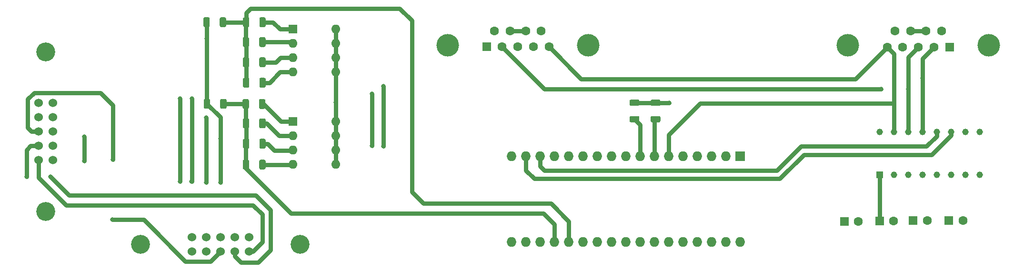
<source format=gbr>
%TF.GenerationSoftware,KiCad,Pcbnew,(5.1.9)-1*%
%TF.CreationDate,2021-03-13T15:06:10+01:00*%
%TF.ProjectId,Microcontroller,4d696372-6f63-46f6-9e74-726f6c6c6572,rev?*%
%TF.SameCoordinates,Original*%
%TF.FileFunction,Copper,L1,Top*%
%TF.FilePolarity,Positive*%
%FSLAX46Y46*%
G04 Gerber Fmt 4.6, Leading zero omitted, Abs format (unit mm)*
G04 Created by KiCad (PCBNEW (5.1.9)-1) date 2021-03-13 15:06:10*
%MOMM*%
%LPD*%
G01*
G04 APERTURE LIST*
%TA.AperFunction,ComponentPad*%
%ADD10R,1.160000X1.160000*%
%TD*%
%TA.AperFunction,ComponentPad*%
%ADD11C,1.160000*%
%TD*%
%TA.AperFunction,ComponentPad*%
%ADD12C,1.524000*%
%TD*%
%TA.AperFunction,ComponentPad*%
%ADD13C,3.352800*%
%TD*%
%TA.AperFunction,ComponentPad*%
%ADD14C,1.600000*%
%TD*%
%TA.AperFunction,ComponentPad*%
%ADD15R,1.600000X1.600000*%
%TD*%
%TA.AperFunction,ComponentPad*%
%ADD16C,4.000000*%
%TD*%
%TA.AperFunction,ComponentPad*%
%ADD17O,1.727200X1.727200*%
%TD*%
%TA.AperFunction,ComponentPad*%
%ADD18R,1.727200X1.727200*%
%TD*%
%TA.AperFunction,ComponentPad*%
%ADD19O,1.600000X1.600000*%
%TD*%
%TA.AperFunction,ViaPad*%
%ADD20C,0.800000*%
%TD*%
%TA.AperFunction,Conductor*%
%ADD21C,0.750000*%
%TD*%
G04 APERTURE END LIST*
D10*
%TO.P,IC1,1*%
%TO.N,Net-(C19-Pad1)*%
X188520000Y-135350000D03*
D11*
%TO.P,IC1,2*%
%TO.N,Net-(C22-Pad1)*%
X191060000Y-135350000D03*
%TO.P,IC1,3*%
%TO.N,Net-(C19-Pad2)*%
X193600000Y-135350000D03*
%TO.P,IC1,4*%
%TO.N,Net-(C20-Pad1)*%
X196140000Y-135350000D03*
%TO.P,IC1,5*%
%TO.N,Net-(C20-Pad2)*%
X198680000Y-135350000D03*
%TO.P,IC1,6*%
%TO.N,Net-(C21-Pad2)*%
X201220000Y-135350000D03*
%TO.P,IC1,7*%
%TO.N,Net-(IC1-Pad7)*%
X203760000Y-135350000D03*
%TO.P,IC1,8*%
%TO.N,Net-(IC1-Pad8)*%
X206300000Y-135350000D03*
%TO.P,IC1,9*%
%TO.N,Net-(IC1-Pad9)*%
X206300000Y-127730000D03*
%TO.P,IC1,10*%
%TO.N,Net-(IC1-Pad10)*%
X203760000Y-127730000D03*
%TO.P,IC1,11*%
%TO.N,Net-(IC1-Pad11)*%
X201220000Y-127730000D03*
%TO.P,IC1,12*%
%TO.N,Net-(IC1-Pad12)*%
X198680000Y-127730000D03*
%TO.P,IC1,13*%
%TO.N,Net-(IC1-Pad13)*%
X196140000Y-127730000D03*
%TO.P,IC1,14*%
%TO.N,Net-(IC1-Pad14)*%
X193600000Y-127730000D03*
%TO.P,IC1,15*%
%TO.N,GND*%
X191060000Y-127730000D03*
%TO.P,IC1,16*%
%TO.N,/5V*%
X188520000Y-127730000D03*
%TD*%
D12*
%TO.P,J2,1*%
%TO.N,/I2C_SDA*%
X66250000Y-146390000D03*
%TO.P,J2,2*%
%TO.N,/I2C_SCK*%
X66250000Y-148930000D03*
%TO.P,J2,3*%
%TO.N,/5V*%
X68790000Y-146390000D03*
%TO.P,J2,4*%
%TO.N,Net-(J2-Pad4)*%
X68790000Y-148930000D03*
%TO.P,J2,5*%
%TO.N,GND*%
X71330000Y-146390000D03*
%TO.P,J2,6*%
%TO.N,Net-(J1-Pad6)*%
X71330000Y-148930000D03*
%TO.P,J2,7*%
%TO.N,Net-(J1-Pad7)*%
X73870000Y-146390000D03*
%TO.P,J2,8*%
%TO.N,Net-(J1-Pad8)*%
X73870000Y-148930000D03*
%TO.P,J2,9*%
%TO.N,Net-(J1-Pad9)*%
X76410000Y-146390000D03*
%TO.P,J2,10*%
%TO.N,Net-(J1-Pad10)*%
X76410000Y-148930000D03*
D13*
%TO.P,J2,11*%
%TO.N,Net-(J2-Pad11)*%
X57118700Y-147660000D03*
%TO.P,J2,12*%
%TO.N,Net-(J2-Pad12)*%
X85541300Y-147660000D03*
%TD*%
D12*
%TO.P,J1,1*%
%TO.N,Net-(J1-Pad1)*%
X41590000Y-122570000D03*
%TO.P,J1,2*%
%TO.N,Net-(J1-Pad2)*%
X39050000Y-122570000D03*
%TO.P,J1,3*%
%TO.N,/5V*%
X41590000Y-125110000D03*
%TO.P,J1,4*%
%TO.N,Net-(J1-Pad4)*%
X39050000Y-125110000D03*
%TO.P,J1,5*%
%TO.N,GND*%
X41590000Y-127650000D03*
%TO.P,J1,6*%
%TO.N,Net-(J1-Pad6)*%
X39050000Y-127650000D03*
%TO.P,J1,7*%
%TO.N,Net-(J1-Pad7)*%
X41590000Y-130190000D03*
%TO.P,J1,8*%
%TO.N,Net-(J1-Pad8)*%
X39050000Y-130190000D03*
%TO.P,J1,9*%
%TO.N,Net-(J1-Pad9)*%
X41590000Y-132730000D03*
%TO.P,J1,10*%
%TO.N,Net-(J1-Pad10)*%
X39050000Y-132730000D03*
D13*
%TO.P,J1,11*%
%TO.N,Net-(J1-Pad11)*%
X40320000Y-113438700D03*
%TO.P,J1,12*%
%TO.N,Net-(J1-Pad12)*%
X40320000Y-141861300D03*
%TD*%
D14*
%TO.P,C22,2*%
%TO.N,/5V*%
X184770000Y-143600000D03*
D15*
%TO.P,C22,1*%
%TO.N,Net-(C22-Pad1)*%
X182270000Y-143600000D03*
%TD*%
D14*
%TO.P,C21,2*%
%TO.N,Net-(C21-Pad2)*%
X203330000Y-143490000D03*
D15*
%TO.P,C21,1*%
%TO.N,GND*%
X200830000Y-143490000D03*
%TD*%
D14*
%TO.P,C20,2*%
%TO.N,Net-(C20-Pad2)*%
X197010000Y-143490000D03*
D15*
%TO.P,C20,1*%
%TO.N,Net-(C20-Pad1)*%
X194510000Y-143490000D03*
%TD*%
D14*
%TO.P,C19,2*%
%TO.N,Net-(C19-Pad2)*%
X191030000Y-143550000D03*
D15*
%TO.P,C19,1*%
%TO.N,Net-(C19-Pad1)*%
X188530000Y-143550000D03*
%TD*%
D16*
%TO.P,J4,0*%
%TO.N,N/C*%
X182910000Y-112300000D03*
X207910000Y-112300000D03*
D14*
%TO.P,J4,9*%
%TO.N,Net-(J4-Pad9)*%
X191255000Y-109760000D03*
%TO.P,J4,8*%
%TO.N,Net-(J4-Pad7)*%
X194025000Y-109760000D03*
%TO.P,J4,7*%
X196795000Y-109760000D03*
%TO.P,J4,6*%
%TO.N,Net-(J4-Pad6)*%
X199565000Y-109760000D03*
%TO.P,J4,5*%
%TO.N,GND*%
X189870000Y-112600000D03*
%TO.P,J4,4*%
%TO.N,Net-(J4-Pad4)*%
X192640000Y-112600000D03*
%TO.P,J4,3*%
%TO.N,Net-(IC1-Pad14)*%
X195410000Y-112600000D03*
%TO.P,J4,2*%
%TO.N,Net-(IC1-Pad13)*%
X198180000Y-112600000D03*
D15*
%TO.P,J4,1*%
%TO.N,Net-(J4-Pad1)*%
X200950000Y-112600000D03*
%TD*%
D16*
%TO.P,J3,0*%
%TO.N,N/C*%
X111710000Y-112280000D03*
X136710000Y-112280000D03*
D14*
%TO.P,J3,9*%
%TO.N,Net-(J3-Pad9)*%
X128365000Y-109740000D03*
%TO.P,J3,8*%
%TO.N,Net-(J3-Pad7)*%
X125595000Y-109740000D03*
%TO.P,J3,7*%
X122825000Y-109740000D03*
%TO.P,J3,6*%
%TO.N,Net-(J3-Pad4)*%
X120055000Y-109740000D03*
%TO.P,J3,5*%
%TO.N,GND*%
X129750000Y-112580000D03*
%TO.P,J3,4*%
%TO.N,Net-(J3-Pad4)*%
X126980000Y-112580000D03*
%TO.P,J3,3*%
%TO.N,Net-(IC1-Pad13)*%
X124210000Y-112580000D03*
%TO.P,J3,2*%
%TO.N,Net-(IC1-Pad14)*%
X121440000Y-112580000D03*
D15*
%TO.P,J3,1*%
%TO.N,Net-(J3-Pad1)*%
X118670000Y-112580000D03*
%TD*%
D17*
%TO.P,XA1,*%
%TO.N,*%
X145980000Y-147240000D03*
%TO.P,XA1,RST2*%
%TO.N,Net-(XA1-PadRST2)*%
X153600000Y-132000000D03*
D18*
%TO.P,XA1,MOSI*%
%TO.N,Net-(XA1-PadMOSI)*%
X163760000Y-132000000D03*
D17*
%TO.P,XA1,SCK*%
%TO.N,Net-(XA1-PadSCK)*%
X163760000Y-147240000D03*
%TO.P,XA1,A0*%
%TO.N,Net-(R10-Pad1)*%
X130740000Y-147240000D03*
%TO.P,XA1,VIN*%
%TO.N,Net-(XA1-PadVIN)*%
X158680000Y-147240000D03*
%TO.P,XA1,GND2*%
%TO.N,GND*%
X151060000Y-132000000D03*
%TO.P,XA1,GND1*%
X156140000Y-147240000D03*
%TO.P,XA1,5V*%
%TO.N,/5V*%
X151060000Y-147240000D03*
%TO.P,XA1,3V3*%
%TO.N,Net-(XA1-Pad3V3)*%
X125660000Y-147240000D03*
%TO.P,XA1,RST1*%
%TO.N,Net-(XA1-PadRST1)*%
X153600000Y-147240000D03*
%TO.P,XA1,SS*%
%TO.N,Net-(XA1-PadSS)*%
X161220000Y-132000000D03*
%TO.P,XA1,D0*%
%TO.N,Net-(XA1-PadD0)*%
X156140000Y-132000000D03*
%TO.P,XA1,D1*%
%TO.N,Net-(XA1-PadD1)*%
X158680000Y-132000000D03*
%TO.P,XA1,D2*%
%TO.N,/I2C_SDA*%
X148520000Y-132000000D03*
%TO.P,XA1,D3*%
%TO.N,/I2C_SCK*%
X145980000Y-132000000D03*
%TO.P,XA1,D4*%
%TO.N,Net-(XA1-PadD4)*%
X143440000Y-132000000D03*
%TO.P,XA1,D5*%
%TO.N,Net-(XA1-PadD5)*%
X140900000Y-132000000D03*
%TO.P,XA1,D6*%
%TO.N,Net-(XA1-PadD6)*%
X138360000Y-132000000D03*
%TO.P,XA1,D7*%
%TO.N,Net-(XA1-PadD7)*%
X135820000Y-132000000D03*
%TO.P,XA1,D8*%
%TO.N,Net-(XA1-PadD8)*%
X133280000Y-132000000D03*
%TO.P,XA1,D9*%
%TO.N,Net-(XA1-PadD9)*%
X130740000Y-132000000D03*
%TO.P,XA1,D10*%
%TO.N,Net-(IC1-Pad12)*%
X128200000Y-132000000D03*
%TO.P,XA1,AREF*%
%TO.N,Net-(XA1-PadAREF)*%
X128200000Y-147240000D03*
%TO.P,XA1,D13*%
%TO.N,Net-(XA1-PadD13)*%
X123120000Y-147240000D03*
%TO.P,XA1,D12*%
%TO.N,Net-(XA1-PadD12)*%
X123120000Y-132000000D03*
%TO.P,XA1,D11*%
%TO.N,Net-(IC1-Pad11)*%
X125660000Y-132000000D03*
%TO.P,XA1,*%
%TO.N,*%
X148520000Y-147240000D03*
%TO.P,XA1,A1*%
%TO.N,Net-(R1-Pad2)*%
X133280000Y-147240000D03*
%TO.P,XA1,A2*%
%TO.N,Net-(XA1-PadA2)*%
X135820000Y-147240000D03*
%TO.P,XA1,A3*%
%TO.N,Net-(XA1-PadA3)*%
X138360000Y-147240000D03*
%TO.P,XA1,A4*%
%TO.N,Net-(XA1-PadA4)*%
X140900000Y-147240000D03*
%TO.P,XA1,A5*%
%TO.N,Net-(XA1-PadA5)*%
X143440000Y-147240000D03*
%TO.P,XA1,MISO*%
%TO.N,Net-(XA1-PadMISO)*%
X161220000Y-147240000D03*
%TD*%
D19*
%TO.P,SW2,8*%
%TO.N,/5V*%
X91830000Y-125850000D03*
%TO.P,SW2,4*%
%TO.N,Net-(R10-Pad2)*%
X84210000Y-133470000D03*
%TO.P,SW2,7*%
%TO.N,/5V*%
X91830000Y-128390000D03*
%TO.P,SW2,3*%
%TO.N,Net-(R8-Pad2)*%
X84210000Y-130930000D03*
%TO.P,SW2,6*%
%TO.N,/5V*%
X91830000Y-130930000D03*
%TO.P,SW2,2*%
%TO.N,Net-(R6-Pad2)*%
X84210000Y-128390000D03*
%TO.P,SW2,5*%
%TO.N,/5V*%
X91830000Y-133470000D03*
D15*
%TO.P,SW2,1*%
%TO.N,Net-(R4-Pad2)*%
X84210000Y-125850000D03*
%TD*%
D19*
%TO.P,SW1,8*%
%TO.N,/5V*%
X91820000Y-109440000D03*
%TO.P,SW1,4*%
%TO.N,Net-(R9-Pad2)*%
X84200000Y-117060000D03*
%TO.P,SW1,7*%
%TO.N,/5V*%
X91820000Y-111980000D03*
%TO.P,SW1,3*%
%TO.N,Net-(R7-Pad2)*%
X84200000Y-114520000D03*
%TO.P,SW1,6*%
%TO.N,/5V*%
X91820000Y-114520000D03*
%TO.P,SW1,2*%
%TO.N,Net-(R5-Pad2)*%
X84200000Y-111980000D03*
%TO.P,SW1,5*%
%TO.N,/5V*%
X91820000Y-117060000D03*
D15*
%TO.P,SW1,1*%
%TO.N,Net-(R3-Pad2)*%
X84200000Y-109440000D03*
%TD*%
%TO.P,R47,2*%
%TO.N,/I2C_SCK*%
%TA.AperFunction,SMDPad,CuDef*%
G36*
G01*
X144324999Y-124870000D02*
X145575001Y-124870000D01*
G75*
G02*
X145825000Y-125119999I0J-249999D01*
G01*
X145825000Y-125745001D01*
G75*
G02*
X145575001Y-125995000I-249999J0D01*
G01*
X144324999Y-125995000D01*
G75*
G02*
X144075000Y-125745001I0J249999D01*
G01*
X144075000Y-125119999D01*
G75*
G02*
X144324999Y-124870000I249999J0D01*
G01*
G37*
%TD.AperFunction*%
%TO.P,R47,1*%
%TO.N,/5V*%
%TA.AperFunction,SMDPad,CuDef*%
G36*
G01*
X144324999Y-121945000D02*
X145575001Y-121945000D01*
G75*
G02*
X145825000Y-122194999I0J-249999D01*
G01*
X145825000Y-122820001D01*
G75*
G02*
X145575001Y-123070000I-249999J0D01*
G01*
X144324999Y-123070000D01*
G75*
G02*
X144075000Y-122820001I0J249999D01*
G01*
X144075000Y-122194999D01*
G75*
G02*
X144324999Y-121945000I249999J0D01*
G01*
G37*
%TD.AperFunction*%
%TD*%
%TO.P,R46,2*%
%TO.N,/I2C_SDA*%
%TA.AperFunction,SMDPad,CuDef*%
G36*
G01*
X148064999Y-124870000D02*
X149315001Y-124870000D01*
G75*
G02*
X149565000Y-125119999I0J-249999D01*
G01*
X149565000Y-125745001D01*
G75*
G02*
X149315001Y-125995000I-249999J0D01*
G01*
X148064999Y-125995000D01*
G75*
G02*
X147815000Y-125745001I0J249999D01*
G01*
X147815000Y-125119999D01*
G75*
G02*
X148064999Y-124870000I249999J0D01*
G01*
G37*
%TD.AperFunction*%
%TO.P,R46,1*%
%TO.N,/5V*%
%TA.AperFunction,SMDPad,CuDef*%
G36*
G01*
X148064999Y-121945000D02*
X149315001Y-121945000D01*
G75*
G02*
X149565000Y-122194999I0J-249999D01*
G01*
X149565000Y-122820001D01*
G75*
G02*
X149315001Y-123070000I-249999J0D01*
G01*
X148064999Y-123070000D01*
G75*
G02*
X147815000Y-122820001I0J249999D01*
G01*
X147815000Y-122194999D01*
G75*
G02*
X148064999Y-121945000I249999J0D01*
G01*
G37*
%TD.AperFunction*%
%TD*%
%TO.P,R10,2*%
%TO.N,Net-(R10-Pad2)*%
%TA.AperFunction,SMDPad,CuDef*%
G36*
G01*
X78252500Y-134125001D02*
X78252500Y-132874999D01*
G75*
G02*
X78502499Y-132625000I249999J0D01*
G01*
X79127501Y-132625000D01*
G75*
G02*
X79377500Y-132874999I0J-249999D01*
G01*
X79377500Y-134125001D01*
G75*
G02*
X79127501Y-134375000I-249999J0D01*
G01*
X78502499Y-134375000D01*
G75*
G02*
X78252500Y-134125001I0J249999D01*
G01*
G37*
%TD.AperFunction*%
%TO.P,R10,1*%
%TO.N,Net-(R10-Pad1)*%
%TA.AperFunction,SMDPad,CuDef*%
G36*
G01*
X75327500Y-134125001D02*
X75327500Y-132874999D01*
G75*
G02*
X75577499Y-132625000I249999J0D01*
G01*
X76202501Y-132625000D01*
G75*
G02*
X76452500Y-132874999I0J-249999D01*
G01*
X76452500Y-134125001D01*
G75*
G02*
X76202501Y-134375000I-249999J0D01*
G01*
X75577499Y-134375000D01*
G75*
G02*
X75327500Y-134125001I0J249999D01*
G01*
G37*
%TD.AperFunction*%
%TD*%
%TO.P,R9,2*%
%TO.N,Net-(R9-Pad2)*%
%TA.AperFunction,SMDPad,CuDef*%
G36*
G01*
X78277500Y-119585001D02*
X78277500Y-118334999D01*
G75*
G02*
X78527499Y-118085000I249999J0D01*
G01*
X79152501Y-118085000D01*
G75*
G02*
X79402500Y-118334999I0J-249999D01*
G01*
X79402500Y-119585001D01*
G75*
G02*
X79152501Y-119835000I-249999J0D01*
G01*
X78527499Y-119835000D01*
G75*
G02*
X78277500Y-119585001I0J249999D01*
G01*
G37*
%TD.AperFunction*%
%TO.P,R9,1*%
%TO.N,Net-(R1-Pad2)*%
%TA.AperFunction,SMDPad,CuDef*%
G36*
G01*
X75352500Y-119585001D02*
X75352500Y-118334999D01*
G75*
G02*
X75602499Y-118085000I249999J0D01*
G01*
X76227501Y-118085000D01*
G75*
G02*
X76477500Y-118334999I0J-249999D01*
G01*
X76477500Y-119585001D01*
G75*
G02*
X76227501Y-119835000I-249999J0D01*
G01*
X75602499Y-119835000D01*
G75*
G02*
X75352500Y-119585001I0J249999D01*
G01*
G37*
%TD.AperFunction*%
%TD*%
%TO.P,R8,2*%
%TO.N,Net-(R8-Pad2)*%
%TA.AperFunction,SMDPad,CuDef*%
G36*
G01*
X78267500Y-130415001D02*
X78267500Y-129164999D01*
G75*
G02*
X78517499Y-128915000I249999J0D01*
G01*
X79142501Y-128915000D01*
G75*
G02*
X79392500Y-129164999I0J-249999D01*
G01*
X79392500Y-130415001D01*
G75*
G02*
X79142501Y-130665000I-249999J0D01*
G01*
X78517499Y-130665000D01*
G75*
G02*
X78267500Y-130415001I0J249999D01*
G01*
G37*
%TD.AperFunction*%
%TO.P,R8,1*%
%TO.N,Net-(R10-Pad1)*%
%TA.AperFunction,SMDPad,CuDef*%
G36*
G01*
X75342500Y-130415001D02*
X75342500Y-129164999D01*
G75*
G02*
X75592499Y-128915000I249999J0D01*
G01*
X76217501Y-128915000D01*
G75*
G02*
X76467500Y-129164999I0J-249999D01*
G01*
X76467500Y-130415001D01*
G75*
G02*
X76217501Y-130665000I-249999J0D01*
G01*
X75592499Y-130665000D01*
G75*
G02*
X75342500Y-130415001I0J249999D01*
G01*
G37*
%TD.AperFunction*%
%TD*%
%TO.P,R7,2*%
%TO.N,Net-(R7-Pad2)*%
%TA.AperFunction,SMDPad,CuDef*%
G36*
G01*
X78257500Y-115935001D02*
X78257500Y-114684999D01*
G75*
G02*
X78507499Y-114435000I249999J0D01*
G01*
X79132501Y-114435000D01*
G75*
G02*
X79382500Y-114684999I0J-249999D01*
G01*
X79382500Y-115935001D01*
G75*
G02*
X79132501Y-116185000I-249999J0D01*
G01*
X78507499Y-116185000D01*
G75*
G02*
X78257500Y-115935001I0J249999D01*
G01*
G37*
%TD.AperFunction*%
%TO.P,R7,1*%
%TO.N,Net-(R1-Pad2)*%
%TA.AperFunction,SMDPad,CuDef*%
G36*
G01*
X75332500Y-115935001D02*
X75332500Y-114684999D01*
G75*
G02*
X75582499Y-114435000I249999J0D01*
G01*
X76207501Y-114435000D01*
G75*
G02*
X76457500Y-114684999I0J-249999D01*
G01*
X76457500Y-115935001D01*
G75*
G02*
X76207501Y-116185000I-249999J0D01*
G01*
X75582499Y-116185000D01*
G75*
G02*
X75332500Y-115935001I0J249999D01*
G01*
G37*
%TD.AperFunction*%
%TD*%
%TO.P,R6,2*%
%TO.N,Net-(R6-Pad2)*%
%TA.AperFunction,SMDPad,CuDef*%
G36*
G01*
X78257500Y-126805001D02*
X78257500Y-125554999D01*
G75*
G02*
X78507499Y-125305000I249999J0D01*
G01*
X79132501Y-125305000D01*
G75*
G02*
X79382500Y-125554999I0J-249999D01*
G01*
X79382500Y-126805001D01*
G75*
G02*
X79132501Y-127055000I-249999J0D01*
G01*
X78507499Y-127055000D01*
G75*
G02*
X78257500Y-126805001I0J249999D01*
G01*
G37*
%TD.AperFunction*%
%TO.P,R6,1*%
%TO.N,Net-(R10-Pad1)*%
%TA.AperFunction,SMDPad,CuDef*%
G36*
G01*
X75332500Y-126805001D02*
X75332500Y-125554999D01*
G75*
G02*
X75582499Y-125305000I249999J0D01*
G01*
X76207501Y-125305000D01*
G75*
G02*
X76457500Y-125554999I0J-249999D01*
G01*
X76457500Y-126805001D01*
G75*
G02*
X76207501Y-127055000I-249999J0D01*
G01*
X75582499Y-127055000D01*
G75*
G02*
X75332500Y-126805001I0J249999D01*
G01*
G37*
%TD.AperFunction*%
%TD*%
%TO.P,R5,2*%
%TO.N,Net-(R5-Pad2)*%
%TA.AperFunction,SMDPad,CuDef*%
G36*
G01*
X78247500Y-112345001D02*
X78247500Y-111094999D01*
G75*
G02*
X78497499Y-110845000I249999J0D01*
G01*
X79122501Y-110845000D01*
G75*
G02*
X79372500Y-111094999I0J-249999D01*
G01*
X79372500Y-112345001D01*
G75*
G02*
X79122501Y-112595000I-249999J0D01*
G01*
X78497499Y-112595000D01*
G75*
G02*
X78247500Y-112345001I0J249999D01*
G01*
G37*
%TD.AperFunction*%
%TO.P,R5,1*%
%TO.N,Net-(R1-Pad2)*%
%TA.AperFunction,SMDPad,CuDef*%
G36*
G01*
X75322500Y-112345001D02*
X75322500Y-111094999D01*
G75*
G02*
X75572499Y-110845000I249999J0D01*
G01*
X76197501Y-110845000D01*
G75*
G02*
X76447500Y-111094999I0J-249999D01*
G01*
X76447500Y-112345001D01*
G75*
G02*
X76197501Y-112595000I-249999J0D01*
G01*
X75572499Y-112595000D01*
G75*
G02*
X75322500Y-112345001I0J249999D01*
G01*
G37*
%TD.AperFunction*%
%TD*%
%TO.P,R4,2*%
%TO.N,Net-(R4-Pad2)*%
%TA.AperFunction,SMDPad,CuDef*%
G36*
G01*
X78207500Y-123355001D02*
X78207500Y-122104999D01*
G75*
G02*
X78457499Y-121855000I249999J0D01*
G01*
X79082501Y-121855000D01*
G75*
G02*
X79332500Y-122104999I0J-249999D01*
G01*
X79332500Y-123355001D01*
G75*
G02*
X79082501Y-123605000I-249999J0D01*
G01*
X78457499Y-123605000D01*
G75*
G02*
X78207500Y-123355001I0J249999D01*
G01*
G37*
%TD.AperFunction*%
%TO.P,R4,1*%
%TO.N,Net-(R10-Pad1)*%
%TA.AperFunction,SMDPad,CuDef*%
G36*
G01*
X75282500Y-123355001D02*
X75282500Y-122104999D01*
G75*
G02*
X75532499Y-121855000I249999J0D01*
G01*
X76157501Y-121855000D01*
G75*
G02*
X76407500Y-122104999I0J-249999D01*
G01*
X76407500Y-123355001D01*
G75*
G02*
X76157501Y-123605000I-249999J0D01*
G01*
X75532499Y-123605000D01*
G75*
G02*
X75282500Y-123355001I0J249999D01*
G01*
G37*
%TD.AperFunction*%
%TD*%
%TO.P,R3,2*%
%TO.N,Net-(R3-Pad2)*%
%TA.AperFunction,SMDPad,CuDef*%
G36*
G01*
X78267500Y-108825001D02*
X78267500Y-107574999D01*
G75*
G02*
X78517499Y-107325000I249999J0D01*
G01*
X79142501Y-107325000D01*
G75*
G02*
X79392500Y-107574999I0J-249999D01*
G01*
X79392500Y-108825001D01*
G75*
G02*
X79142501Y-109075000I-249999J0D01*
G01*
X78517499Y-109075000D01*
G75*
G02*
X78267500Y-108825001I0J249999D01*
G01*
G37*
%TD.AperFunction*%
%TO.P,R3,1*%
%TO.N,Net-(R1-Pad2)*%
%TA.AperFunction,SMDPad,CuDef*%
G36*
G01*
X75342500Y-108825001D02*
X75342500Y-107574999D01*
G75*
G02*
X75592499Y-107325000I249999J0D01*
G01*
X76217501Y-107325000D01*
G75*
G02*
X76467500Y-107574999I0J-249999D01*
G01*
X76467500Y-108825001D01*
G75*
G02*
X76217501Y-109075000I-249999J0D01*
G01*
X75592499Y-109075000D01*
G75*
G02*
X75342500Y-108825001I0J249999D01*
G01*
G37*
%TD.AperFunction*%
%TD*%
%TO.P,R2,2*%
%TO.N,Net-(R10-Pad1)*%
%TA.AperFunction,SMDPad,CuDef*%
G36*
G01*
X71307500Y-123325001D02*
X71307500Y-122074999D01*
G75*
G02*
X71557499Y-121825000I249999J0D01*
G01*
X72182501Y-121825000D01*
G75*
G02*
X72432500Y-122074999I0J-249999D01*
G01*
X72432500Y-123325001D01*
G75*
G02*
X72182501Y-123575000I-249999J0D01*
G01*
X71557499Y-123575000D01*
G75*
G02*
X71307500Y-123325001I0J249999D01*
G01*
G37*
%TD.AperFunction*%
%TO.P,R2,1*%
%TO.N,GND*%
%TA.AperFunction,SMDPad,CuDef*%
G36*
G01*
X68382500Y-123325001D02*
X68382500Y-122074999D01*
G75*
G02*
X68632499Y-121825000I249999J0D01*
G01*
X69257501Y-121825000D01*
G75*
G02*
X69507500Y-122074999I0J-249999D01*
G01*
X69507500Y-123325001D01*
G75*
G02*
X69257501Y-123575000I-249999J0D01*
G01*
X68632499Y-123575000D01*
G75*
G02*
X68382500Y-123325001I0J249999D01*
G01*
G37*
%TD.AperFunction*%
%TD*%
%TO.P,R1,2*%
%TO.N,Net-(R1-Pad2)*%
%TA.AperFunction,SMDPad,CuDef*%
G36*
G01*
X71237500Y-108815001D02*
X71237500Y-107564999D01*
G75*
G02*
X71487499Y-107315000I249999J0D01*
G01*
X72112501Y-107315000D01*
G75*
G02*
X72362500Y-107564999I0J-249999D01*
G01*
X72362500Y-108815001D01*
G75*
G02*
X72112501Y-109065000I-249999J0D01*
G01*
X71487499Y-109065000D01*
G75*
G02*
X71237500Y-108815001I0J249999D01*
G01*
G37*
%TD.AperFunction*%
%TO.P,R1,1*%
%TO.N,GND*%
%TA.AperFunction,SMDPad,CuDef*%
G36*
G01*
X68312500Y-108815001D02*
X68312500Y-107564999D01*
G75*
G02*
X68562499Y-107315000I249999J0D01*
G01*
X69187501Y-107315000D01*
G75*
G02*
X69437500Y-107564999I0J-249999D01*
G01*
X69437500Y-108815001D01*
G75*
G02*
X69187501Y-109065000I-249999J0D01*
G01*
X68562499Y-109065000D01*
G75*
G02*
X68312500Y-108815001I0J249999D01*
G01*
G37*
%TD.AperFunction*%
%TD*%
D20*
%TO.N,Net-(IC1-Pad13)*%
X196140000Y-118150000D03*
%TO.N,Net-(IC1-Pad14)*%
X188790000Y-120080000D03*
X193600000Y-120060000D03*
%TO.N,GND*%
X71340000Y-136690000D03*
X71340000Y-128920000D03*
X68910000Y-111110000D03*
%TO.N,/5V*%
X68790000Y-136660000D03*
X68790004Y-125130000D03*
X91820000Y-122440002D03*
X151152500Y-122507500D03*
%TO.N,Net-(J1-Pad9)*%
X47170000Y-128520000D03*
X47120000Y-132840000D03*
%TO.N,/I2C_SDA*%
X66250000Y-121770000D03*
X66240000Y-136540000D03*
X98280000Y-120940000D03*
X98280000Y-130130000D03*
%TO.N,/I2C_SCK*%
X64140000Y-121780000D03*
X64150000Y-136500000D03*
X100320000Y-130250000D03*
X100350000Y-119560000D03*
%TO.N,Net-(J1-Pad6)*%
X52160000Y-143290000D03*
X52200000Y-132630000D03*
%TO.N,Net-(J1-Pad8)*%
X41170000Y-135660000D03*
X36900000Y-135660000D03*
%TD*%
D21*
%TO.N,Net-(C19-Pad1)*%
X188530000Y-135360000D02*
X188520000Y-135350000D01*
X188530000Y-143550000D02*
X188530000Y-135360000D01*
%TO.N,Net-(IC1-Pad11)*%
X125660000Y-134550000D02*
X125660000Y-132000000D01*
X127140000Y-136030000D02*
X125660000Y-134550000D01*
X170760000Y-136030000D02*
X127140000Y-136030000D01*
X175060000Y-131730000D02*
X170760000Y-136030000D01*
X197790000Y-131730000D02*
X175060000Y-131730000D01*
X201220000Y-128300000D02*
X197790000Y-131730000D01*
X201220000Y-127730000D02*
X201220000Y-128300000D01*
%TO.N,Net-(IC1-Pad12)*%
X170280000Y-134520000D02*
X128960000Y-134520000D01*
X174550000Y-130250000D02*
X170280000Y-134520000D01*
X196850000Y-130250000D02*
X174550000Y-130250000D01*
X128960000Y-134520000D02*
X128200000Y-133760000D01*
X198680000Y-128420000D02*
X196850000Y-130250000D01*
X128200000Y-133760000D02*
X128200000Y-132000000D01*
X198680000Y-127730000D02*
X198680000Y-128420000D01*
%TO.N,Net-(IC1-Pad13)*%
X196140000Y-114640000D02*
X198180000Y-112600000D01*
X196140000Y-118150000D02*
X196140000Y-114640000D01*
X196140000Y-127730000D02*
X196140000Y-118150000D01*
%TO.N,Net-(IC1-Pad14)*%
X193600000Y-114410000D02*
X195410000Y-112600000D01*
X128940000Y-120080000D02*
X188790000Y-120080000D01*
X121440000Y-112580000D02*
X128940000Y-120080000D01*
X193600000Y-120060000D02*
X193600000Y-114410000D01*
X193600000Y-127730000D02*
X193600000Y-120060000D01*
%TO.N,GND*%
X68875000Y-122630000D02*
X68945000Y-122700000D01*
X71340000Y-136690000D02*
X71340000Y-128920000D01*
X71340000Y-125095000D02*
X71340000Y-128920000D01*
X68945000Y-122700000D02*
X71340000Y-125095000D01*
X191060000Y-113790000D02*
X189870000Y-112600000D01*
X184210000Y-118260000D02*
X189870000Y-112600000D01*
X135430000Y-118260000D02*
X184210000Y-118260000D01*
X129750000Y-112580000D02*
X135430000Y-118260000D01*
X191060000Y-122610000D02*
X191060000Y-113790000D01*
X191060000Y-127730000D02*
X191060000Y-122610000D01*
X156630000Y-122610000D02*
X191060000Y-122610000D01*
X151060000Y-128180000D02*
X156630000Y-122610000D01*
X151060000Y-132000000D02*
X151060000Y-128180000D01*
X68875000Y-111145000D02*
X68910000Y-111110000D01*
X68875000Y-111235000D02*
X68875000Y-111145000D01*
X68875000Y-108190000D02*
X68875000Y-111235000D01*
X68875000Y-111235000D02*
X68875000Y-122630000D01*
%TO.N,/5V*%
X91830000Y-133470000D02*
X91830000Y-130930000D01*
X91830000Y-128390000D02*
X91830000Y-130930000D01*
X91830000Y-125850000D02*
X91830000Y-128390000D01*
X91820000Y-109440000D02*
X91820000Y-111980000D01*
X91820000Y-114520000D02*
X91820000Y-111980000D01*
X91820000Y-117060000D02*
X91820000Y-114520000D01*
X68790000Y-136660000D02*
X68790000Y-125130004D01*
X68790000Y-125130004D02*
X68790004Y-125130000D01*
X144950000Y-122507500D02*
X148690000Y-122507500D01*
X91830000Y-125850000D02*
X91830000Y-122810000D01*
X91820000Y-117060000D02*
X91820000Y-122440002D01*
X91830000Y-122810000D02*
X91820000Y-122800000D01*
X91820000Y-122800000D02*
X91820000Y-122440002D01*
X148690000Y-122507500D02*
X151152500Y-122507500D01*
%TO.N,Net-(J1-Pad9)*%
X47170000Y-132790000D02*
X47120000Y-132840000D01*
X47170000Y-128520000D02*
X47170000Y-132790000D01*
%TO.N,Net-(J1-Pad10)*%
X39050000Y-135840000D02*
X39050000Y-132730000D01*
X78840000Y-142380000D02*
X77160000Y-140700000D01*
X78840000Y-147240000D02*
X78840000Y-142380000D01*
X77160000Y-140700000D02*
X43910000Y-140700000D01*
X77150000Y-148930000D02*
X78840000Y-147240000D01*
X43910000Y-140700000D02*
X39050000Y-135840000D01*
X76410000Y-148930000D02*
X77150000Y-148930000D01*
%TO.N,Net-(R1-Pad2)*%
X71810000Y-108200000D02*
X71800000Y-108190000D01*
X75905000Y-108200000D02*
X71810000Y-108200000D01*
X75885000Y-108220000D02*
X75905000Y-108200000D01*
X75885000Y-111720000D02*
X75885000Y-108220000D01*
X75915000Y-115330000D02*
X75895000Y-115310000D01*
X75915000Y-118960000D02*
X75915000Y-115330000D01*
X75895000Y-111730000D02*
X75885000Y-111720000D01*
X75895000Y-115310000D02*
X75895000Y-111730000D01*
X107440000Y-140440000D02*
X130120000Y-140440000D01*
X130120000Y-140440000D02*
X133280000Y-143600000D01*
X105380000Y-138380000D02*
X107440000Y-140440000D01*
X105380000Y-107920000D02*
X105380000Y-138380000D01*
X103220000Y-105760000D02*
X105380000Y-107920000D01*
X76670000Y-105760000D02*
X103220000Y-105760000D01*
X75905000Y-106525000D02*
X76670000Y-105760000D01*
X133280000Y-143600000D02*
X133280000Y-147240000D01*
X75905000Y-108200000D02*
X75905000Y-106525000D01*
%TO.N,Net-(R10-Pad1)*%
X75845000Y-126130000D02*
X75895000Y-126180000D01*
X75845000Y-122730000D02*
X75845000Y-126130000D01*
X75905000Y-126190000D02*
X75895000Y-126180000D01*
X75905000Y-129790000D02*
X75905000Y-126190000D01*
X75890000Y-129805000D02*
X75905000Y-129790000D01*
X75890000Y-133500000D02*
X75890000Y-129805000D01*
X75815000Y-122700000D02*
X75845000Y-122730000D01*
X71870000Y-122700000D02*
X75815000Y-122700000D01*
X130740000Y-144100000D02*
X130740000Y-147240000D01*
X128780000Y-142140000D02*
X130740000Y-144100000D01*
X83890000Y-142140000D02*
X128780000Y-142140000D01*
X75890000Y-134140000D02*
X83890000Y-142140000D01*
X75890000Y-133500000D02*
X75890000Y-134140000D01*
%TO.N,Net-(R3-Pad2)*%
X81960000Y-109440000D02*
X84200000Y-109440000D01*
X80720000Y-108200000D02*
X81960000Y-109440000D01*
X78830000Y-108200000D02*
X80720000Y-108200000D01*
%TO.N,Net-(R4-Pad2)*%
X82130000Y-125850000D02*
X84210000Y-125850000D01*
X79010000Y-122730000D02*
X82130000Y-125850000D01*
X78770000Y-122730000D02*
X79010000Y-122730000D01*
%TO.N,Net-(R5-Pad2)*%
X83940000Y-111720000D02*
X84200000Y-111980000D01*
X78810000Y-111720000D02*
X83940000Y-111720000D01*
%TO.N,Net-(R6-Pad2)*%
X81820000Y-128390000D02*
X84210000Y-128390000D01*
X79610000Y-126180000D02*
X81820000Y-128390000D01*
X78820000Y-126180000D02*
X79610000Y-126180000D01*
%TO.N,Net-(R7-Pad2)*%
X81210000Y-115310000D02*
X78820000Y-115310000D01*
X82000000Y-114520000D02*
X81210000Y-115310000D01*
X84200000Y-114520000D02*
X82000000Y-114520000D01*
%TO.N,Net-(R8-Pad2)*%
X84170000Y-130970000D02*
X84210000Y-130930000D01*
X80900000Y-130970000D02*
X84170000Y-130970000D01*
X79720000Y-129790000D02*
X80900000Y-130970000D01*
X78830000Y-129790000D02*
X79720000Y-129790000D01*
%TO.N,Net-(R9-Pad2)*%
X81950000Y-117060000D02*
X84200000Y-117060000D01*
X80050000Y-118960000D02*
X81950000Y-117060000D01*
X78840000Y-118960000D02*
X80050000Y-118960000D01*
%TO.N,Net-(R10-Pad2)*%
X84180000Y-133500000D02*
X84210000Y-133470000D01*
X78815000Y-133500000D02*
X84180000Y-133500000D01*
%TO.N,/I2C_SDA*%
X66250000Y-121770000D02*
X66250000Y-136530000D01*
X66250000Y-136530000D02*
X66240000Y-136540000D01*
X148520000Y-125602500D02*
X148690000Y-125432500D01*
X148520000Y-132000000D02*
X148520000Y-125602500D01*
X98280000Y-120940000D02*
X98280000Y-130130000D01*
%TO.N,/I2C_SCK*%
X64140000Y-136490000D02*
X64150000Y-136500000D01*
X64140000Y-121780000D02*
X64140000Y-136490000D01*
X145980000Y-126462500D02*
X144950000Y-125432500D01*
X145980000Y-132000000D02*
X145980000Y-126462500D01*
X100320000Y-119590000D02*
X100350000Y-119560000D01*
X100320000Y-130250000D02*
X100320000Y-119590000D01*
%TO.N,Net-(J3-Pad7)*%
X122825000Y-109740000D02*
X125595000Y-109740000D01*
%TO.N,Net-(J4-Pad7)*%
X194025000Y-109760000D02*
X196795000Y-109760000D01*
%TO.N,Net-(J1-Pad6)*%
X37790000Y-127650000D02*
X39050000Y-127650000D01*
X37090000Y-126950000D02*
X37790000Y-127650000D01*
X37090000Y-121880000D02*
X37090000Y-126950000D01*
X38250000Y-120720000D02*
X37090000Y-121880000D01*
X50000000Y-120720000D02*
X38250000Y-120720000D01*
X52200000Y-122920000D02*
X50000000Y-120720000D01*
X52200000Y-132630000D02*
X52200000Y-122920000D01*
X57700000Y-143290000D02*
X52160000Y-143290000D01*
X65120000Y-150710000D02*
X57700000Y-143290000D01*
X69550000Y-150710000D02*
X65120000Y-150710000D01*
X71330000Y-148930000D02*
X69550000Y-150710000D01*
%TO.N,Net-(J1-Pad8)*%
X37610000Y-130190000D02*
X39050000Y-130190000D01*
X36900000Y-130900000D02*
X37610000Y-130190000D01*
X36900000Y-135660000D02*
X36900000Y-130900000D01*
X44440000Y-138930000D02*
X41170000Y-135660000D01*
X80290000Y-141550000D02*
X77670000Y-138930000D01*
X77670000Y-138930000D02*
X44440000Y-138930000D01*
X78060000Y-150900000D02*
X80290000Y-148670000D01*
X74990000Y-150900000D02*
X78060000Y-150900000D01*
X80290000Y-148670000D02*
X80290000Y-141550000D01*
X73870000Y-149780000D02*
X74990000Y-150900000D01*
X73870000Y-148930000D02*
X73870000Y-149780000D01*
%TD*%
M02*

</source>
